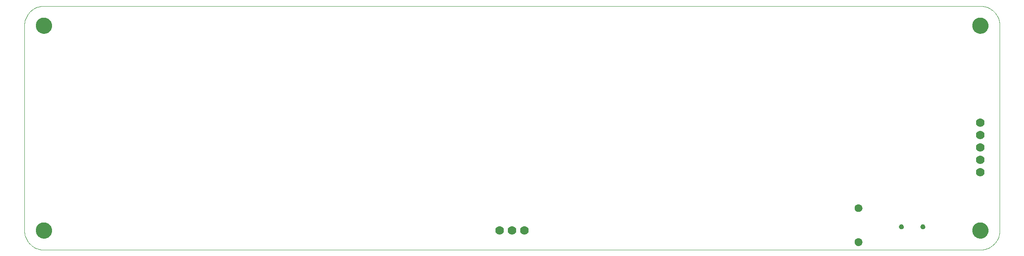
<source format=gbs>
G75*
G70*
%OFA0B0*%
%FSLAX24Y24*%
%IPPOS*%
%LPD*%
%AMOC8*
5,1,8,0,0,1.08239X$1,22.5*
%
%ADD10C,0.0000*%
%ADD11C,0.1300*%
%ADD12C,0.0394*%
%ADD13C,0.0700*%
%ADD14C,0.0631*%
D10*
X001725Y000937D02*
X077315Y000937D01*
X076685Y002512D02*
X076687Y002562D01*
X076693Y002612D01*
X076703Y002661D01*
X076717Y002709D01*
X076734Y002756D01*
X076755Y002801D01*
X076780Y002845D01*
X076808Y002886D01*
X076840Y002925D01*
X076874Y002962D01*
X076911Y002996D01*
X076951Y003026D01*
X076993Y003053D01*
X077037Y003077D01*
X077083Y003098D01*
X077130Y003114D01*
X077178Y003127D01*
X077228Y003136D01*
X077277Y003141D01*
X077328Y003142D01*
X077378Y003139D01*
X077427Y003132D01*
X077476Y003121D01*
X077524Y003106D01*
X077570Y003088D01*
X077615Y003066D01*
X077658Y003040D01*
X077699Y003011D01*
X077738Y002979D01*
X077774Y002944D01*
X077806Y002906D01*
X077836Y002866D01*
X077863Y002823D01*
X077886Y002779D01*
X077905Y002733D01*
X077921Y002685D01*
X077933Y002636D01*
X077941Y002587D01*
X077945Y002537D01*
X077945Y002487D01*
X077941Y002437D01*
X077933Y002388D01*
X077921Y002339D01*
X077905Y002291D01*
X077886Y002245D01*
X077863Y002201D01*
X077836Y002158D01*
X077806Y002118D01*
X077774Y002080D01*
X077738Y002045D01*
X077699Y002013D01*
X077658Y001984D01*
X077615Y001958D01*
X077570Y001936D01*
X077524Y001918D01*
X077476Y001903D01*
X077427Y001892D01*
X077378Y001885D01*
X077328Y001882D01*
X077277Y001883D01*
X077228Y001888D01*
X077178Y001897D01*
X077130Y001910D01*
X077083Y001926D01*
X077037Y001947D01*
X076993Y001971D01*
X076951Y001998D01*
X076911Y002028D01*
X076874Y002062D01*
X076840Y002099D01*
X076808Y002138D01*
X076780Y002179D01*
X076755Y002223D01*
X076734Y002268D01*
X076717Y002315D01*
X076703Y002363D01*
X076693Y002412D01*
X076687Y002462D01*
X076685Y002512D01*
X077315Y000937D02*
X077392Y000939D01*
X077469Y000945D01*
X077546Y000954D01*
X077622Y000967D01*
X077698Y000984D01*
X077772Y001005D01*
X077846Y001029D01*
X077918Y001057D01*
X077988Y001088D01*
X078057Y001123D01*
X078125Y001161D01*
X078190Y001202D01*
X078253Y001247D01*
X078314Y001295D01*
X078373Y001345D01*
X078429Y001398D01*
X078482Y001454D01*
X078532Y001513D01*
X078580Y001574D01*
X078625Y001637D01*
X078666Y001702D01*
X078704Y001770D01*
X078739Y001839D01*
X078770Y001909D01*
X078798Y001981D01*
X078822Y002055D01*
X078843Y002129D01*
X078860Y002205D01*
X078873Y002281D01*
X078882Y002358D01*
X078888Y002435D01*
X078890Y002512D01*
X078890Y019048D01*
X076685Y019048D02*
X076687Y019098D01*
X076693Y019148D01*
X076703Y019197D01*
X076717Y019245D01*
X076734Y019292D01*
X076755Y019337D01*
X076780Y019381D01*
X076808Y019422D01*
X076840Y019461D01*
X076874Y019498D01*
X076911Y019532D01*
X076951Y019562D01*
X076993Y019589D01*
X077037Y019613D01*
X077083Y019634D01*
X077130Y019650D01*
X077178Y019663D01*
X077228Y019672D01*
X077277Y019677D01*
X077328Y019678D01*
X077378Y019675D01*
X077427Y019668D01*
X077476Y019657D01*
X077524Y019642D01*
X077570Y019624D01*
X077615Y019602D01*
X077658Y019576D01*
X077699Y019547D01*
X077738Y019515D01*
X077774Y019480D01*
X077806Y019442D01*
X077836Y019402D01*
X077863Y019359D01*
X077886Y019315D01*
X077905Y019269D01*
X077921Y019221D01*
X077933Y019172D01*
X077941Y019123D01*
X077945Y019073D01*
X077945Y019023D01*
X077941Y018973D01*
X077933Y018924D01*
X077921Y018875D01*
X077905Y018827D01*
X077886Y018781D01*
X077863Y018737D01*
X077836Y018694D01*
X077806Y018654D01*
X077774Y018616D01*
X077738Y018581D01*
X077699Y018549D01*
X077658Y018520D01*
X077615Y018494D01*
X077570Y018472D01*
X077524Y018454D01*
X077476Y018439D01*
X077427Y018428D01*
X077378Y018421D01*
X077328Y018418D01*
X077277Y018419D01*
X077228Y018424D01*
X077178Y018433D01*
X077130Y018446D01*
X077083Y018462D01*
X077037Y018483D01*
X076993Y018507D01*
X076951Y018534D01*
X076911Y018564D01*
X076874Y018598D01*
X076840Y018635D01*
X076808Y018674D01*
X076780Y018715D01*
X076755Y018759D01*
X076734Y018804D01*
X076717Y018851D01*
X076703Y018899D01*
X076693Y018948D01*
X076687Y018998D01*
X076685Y019048D01*
X077315Y020623D02*
X077392Y020621D01*
X077469Y020615D01*
X077546Y020606D01*
X077622Y020593D01*
X077698Y020576D01*
X077772Y020555D01*
X077846Y020531D01*
X077918Y020503D01*
X077988Y020472D01*
X078057Y020437D01*
X078125Y020399D01*
X078190Y020358D01*
X078253Y020313D01*
X078314Y020265D01*
X078373Y020215D01*
X078429Y020162D01*
X078482Y020106D01*
X078532Y020047D01*
X078580Y019986D01*
X078625Y019923D01*
X078666Y019858D01*
X078704Y019790D01*
X078739Y019721D01*
X078770Y019651D01*
X078798Y019579D01*
X078822Y019505D01*
X078843Y019431D01*
X078860Y019355D01*
X078873Y019279D01*
X078882Y019202D01*
X078888Y019125D01*
X078890Y019048D01*
X077315Y020622D02*
X001725Y020622D01*
X001095Y019048D02*
X001097Y019098D01*
X001103Y019148D01*
X001113Y019197D01*
X001127Y019245D01*
X001144Y019292D01*
X001165Y019337D01*
X001190Y019381D01*
X001218Y019422D01*
X001250Y019461D01*
X001284Y019498D01*
X001321Y019532D01*
X001361Y019562D01*
X001403Y019589D01*
X001447Y019613D01*
X001493Y019634D01*
X001540Y019650D01*
X001588Y019663D01*
X001638Y019672D01*
X001687Y019677D01*
X001738Y019678D01*
X001788Y019675D01*
X001837Y019668D01*
X001886Y019657D01*
X001934Y019642D01*
X001980Y019624D01*
X002025Y019602D01*
X002068Y019576D01*
X002109Y019547D01*
X002148Y019515D01*
X002184Y019480D01*
X002216Y019442D01*
X002246Y019402D01*
X002273Y019359D01*
X002296Y019315D01*
X002315Y019269D01*
X002331Y019221D01*
X002343Y019172D01*
X002351Y019123D01*
X002355Y019073D01*
X002355Y019023D01*
X002351Y018973D01*
X002343Y018924D01*
X002331Y018875D01*
X002315Y018827D01*
X002296Y018781D01*
X002273Y018737D01*
X002246Y018694D01*
X002216Y018654D01*
X002184Y018616D01*
X002148Y018581D01*
X002109Y018549D01*
X002068Y018520D01*
X002025Y018494D01*
X001980Y018472D01*
X001934Y018454D01*
X001886Y018439D01*
X001837Y018428D01*
X001788Y018421D01*
X001738Y018418D01*
X001687Y018419D01*
X001638Y018424D01*
X001588Y018433D01*
X001540Y018446D01*
X001493Y018462D01*
X001447Y018483D01*
X001403Y018507D01*
X001361Y018534D01*
X001321Y018564D01*
X001284Y018598D01*
X001250Y018635D01*
X001218Y018674D01*
X001190Y018715D01*
X001165Y018759D01*
X001144Y018804D01*
X001127Y018851D01*
X001113Y018899D01*
X001103Y018948D01*
X001097Y018998D01*
X001095Y019048D01*
X000150Y019048D02*
X000152Y019125D01*
X000158Y019202D01*
X000167Y019279D01*
X000180Y019355D01*
X000197Y019431D01*
X000218Y019505D01*
X000242Y019579D01*
X000270Y019651D01*
X000301Y019721D01*
X000336Y019790D01*
X000374Y019858D01*
X000415Y019923D01*
X000460Y019986D01*
X000508Y020047D01*
X000558Y020106D01*
X000611Y020162D01*
X000667Y020215D01*
X000726Y020265D01*
X000787Y020313D01*
X000850Y020358D01*
X000915Y020399D01*
X000983Y020437D01*
X001052Y020472D01*
X001122Y020503D01*
X001194Y020531D01*
X001268Y020555D01*
X001342Y020576D01*
X001418Y020593D01*
X001494Y020606D01*
X001571Y020615D01*
X001648Y020621D01*
X001725Y020623D01*
X000150Y019048D02*
X000150Y002512D01*
X001095Y002512D02*
X001097Y002562D01*
X001103Y002612D01*
X001113Y002661D01*
X001127Y002709D01*
X001144Y002756D01*
X001165Y002801D01*
X001190Y002845D01*
X001218Y002886D01*
X001250Y002925D01*
X001284Y002962D01*
X001321Y002996D01*
X001361Y003026D01*
X001403Y003053D01*
X001447Y003077D01*
X001493Y003098D01*
X001540Y003114D01*
X001588Y003127D01*
X001638Y003136D01*
X001687Y003141D01*
X001738Y003142D01*
X001788Y003139D01*
X001837Y003132D01*
X001886Y003121D01*
X001934Y003106D01*
X001980Y003088D01*
X002025Y003066D01*
X002068Y003040D01*
X002109Y003011D01*
X002148Y002979D01*
X002184Y002944D01*
X002216Y002906D01*
X002246Y002866D01*
X002273Y002823D01*
X002296Y002779D01*
X002315Y002733D01*
X002331Y002685D01*
X002343Y002636D01*
X002351Y002587D01*
X002355Y002537D01*
X002355Y002487D01*
X002351Y002437D01*
X002343Y002388D01*
X002331Y002339D01*
X002315Y002291D01*
X002296Y002245D01*
X002273Y002201D01*
X002246Y002158D01*
X002216Y002118D01*
X002184Y002080D01*
X002148Y002045D01*
X002109Y002013D01*
X002068Y001984D01*
X002025Y001958D01*
X001980Y001936D01*
X001934Y001918D01*
X001886Y001903D01*
X001837Y001892D01*
X001788Y001885D01*
X001738Y001882D01*
X001687Y001883D01*
X001638Y001888D01*
X001588Y001897D01*
X001540Y001910D01*
X001493Y001926D01*
X001447Y001947D01*
X001403Y001971D01*
X001361Y001998D01*
X001321Y002028D01*
X001284Y002062D01*
X001250Y002099D01*
X001218Y002138D01*
X001190Y002179D01*
X001165Y002223D01*
X001144Y002268D01*
X001127Y002315D01*
X001113Y002363D01*
X001103Y002412D01*
X001097Y002462D01*
X001095Y002512D01*
X000150Y002512D02*
X000152Y002435D01*
X000158Y002358D01*
X000167Y002281D01*
X000180Y002205D01*
X000197Y002129D01*
X000218Y002055D01*
X000242Y001981D01*
X000270Y001909D01*
X000301Y001839D01*
X000336Y001770D01*
X000374Y001702D01*
X000415Y001637D01*
X000460Y001574D01*
X000508Y001513D01*
X000558Y001454D01*
X000611Y001398D01*
X000667Y001345D01*
X000726Y001295D01*
X000787Y001247D01*
X000850Y001202D01*
X000915Y001161D01*
X000983Y001123D01*
X001052Y001088D01*
X001122Y001057D01*
X001194Y001029D01*
X001268Y001005D01*
X001342Y000984D01*
X001418Y000967D01*
X001494Y000954D01*
X001571Y000945D01*
X001648Y000939D01*
X001725Y000937D01*
X067178Y001567D02*
X067180Y001601D01*
X067186Y001635D01*
X067196Y001668D01*
X067209Y001699D01*
X067227Y001729D01*
X067247Y001757D01*
X067271Y001782D01*
X067297Y001804D01*
X067325Y001822D01*
X067356Y001838D01*
X067388Y001850D01*
X067422Y001858D01*
X067456Y001862D01*
X067490Y001862D01*
X067524Y001858D01*
X067558Y001850D01*
X067590Y001838D01*
X067620Y001822D01*
X067649Y001804D01*
X067675Y001782D01*
X067699Y001757D01*
X067719Y001729D01*
X067737Y001699D01*
X067750Y001668D01*
X067760Y001635D01*
X067766Y001601D01*
X067768Y001567D01*
X067766Y001533D01*
X067760Y001499D01*
X067750Y001466D01*
X067737Y001435D01*
X067719Y001405D01*
X067699Y001377D01*
X067675Y001352D01*
X067649Y001330D01*
X067621Y001312D01*
X067590Y001296D01*
X067558Y001284D01*
X067524Y001276D01*
X067490Y001272D01*
X067456Y001272D01*
X067422Y001276D01*
X067388Y001284D01*
X067356Y001296D01*
X067325Y001312D01*
X067297Y001330D01*
X067271Y001352D01*
X067247Y001377D01*
X067227Y001405D01*
X067209Y001435D01*
X067196Y001466D01*
X067186Y001499D01*
X067180Y001533D01*
X067178Y001567D01*
X070760Y002807D02*
X070762Y002833D01*
X070768Y002859D01*
X070778Y002884D01*
X070791Y002907D01*
X070807Y002927D01*
X070827Y002945D01*
X070849Y002960D01*
X070872Y002972D01*
X070898Y002980D01*
X070924Y002984D01*
X070950Y002984D01*
X070976Y002980D01*
X071002Y002972D01*
X071026Y002960D01*
X071047Y002945D01*
X071067Y002927D01*
X071083Y002907D01*
X071096Y002884D01*
X071106Y002859D01*
X071112Y002833D01*
X071114Y002807D01*
X071112Y002781D01*
X071106Y002755D01*
X071096Y002730D01*
X071083Y002707D01*
X071067Y002687D01*
X071047Y002669D01*
X071025Y002654D01*
X071002Y002642D01*
X070976Y002634D01*
X070950Y002630D01*
X070924Y002630D01*
X070898Y002634D01*
X070872Y002642D01*
X070848Y002654D01*
X070827Y002669D01*
X070807Y002687D01*
X070791Y002707D01*
X070778Y002730D01*
X070768Y002755D01*
X070762Y002781D01*
X070760Y002807D01*
X072493Y002807D02*
X072495Y002833D01*
X072501Y002859D01*
X072511Y002884D01*
X072524Y002907D01*
X072540Y002927D01*
X072560Y002945D01*
X072582Y002960D01*
X072605Y002972D01*
X072631Y002980D01*
X072657Y002984D01*
X072683Y002984D01*
X072709Y002980D01*
X072735Y002972D01*
X072759Y002960D01*
X072780Y002945D01*
X072800Y002927D01*
X072816Y002907D01*
X072829Y002884D01*
X072839Y002859D01*
X072845Y002833D01*
X072847Y002807D01*
X072845Y002781D01*
X072839Y002755D01*
X072829Y002730D01*
X072816Y002707D01*
X072800Y002687D01*
X072780Y002669D01*
X072758Y002654D01*
X072735Y002642D01*
X072709Y002634D01*
X072683Y002630D01*
X072657Y002630D01*
X072631Y002634D01*
X072605Y002642D01*
X072581Y002654D01*
X072560Y002669D01*
X072540Y002687D01*
X072524Y002707D01*
X072511Y002730D01*
X072501Y002755D01*
X072495Y002781D01*
X072493Y002807D01*
X067178Y004323D02*
X067180Y004357D01*
X067186Y004391D01*
X067196Y004424D01*
X067209Y004455D01*
X067227Y004485D01*
X067247Y004513D01*
X067271Y004538D01*
X067297Y004560D01*
X067325Y004578D01*
X067356Y004594D01*
X067388Y004606D01*
X067422Y004614D01*
X067456Y004618D01*
X067490Y004618D01*
X067524Y004614D01*
X067558Y004606D01*
X067590Y004594D01*
X067620Y004578D01*
X067649Y004560D01*
X067675Y004538D01*
X067699Y004513D01*
X067719Y004485D01*
X067737Y004455D01*
X067750Y004424D01*
X067760Y004391D01*
X067766Y004357D01*
X067768Y004323D01*
X067766Y004289D01*
X067760Y004255D01*
X067750Y004222D01*
X067737Y004191D01*
X067719Y004161D01*
X067699Y004133D01*
X067675Y004108D01*
X067649Y004086D01*
X067621Y004068D01*
X067590Y004052D01*
X067558Y004040D01*
X067524Y004032D01*
X067490Y004028D01*
X067456Y004028D01*
X067422Y004032D01*
X067388Y004040D01*
X067356Y004052D01*
X067325Y004068D01*
X067297Y004086D01*
X067271Y004108D01*
X067247Y004133D01*
X067227Y004161D01*
X067209Y004191D01*
X067196Y004222D01*
X067186Y004255D01*
X067180Y004289D01*
X067178Y004323D01*
D11*
X077315Y002512D03*
X077315Y019048D03*
X001725Y019048D03*
X001725Y002512D03*
D12*
X070937Y002807D03*
X072670Y002807D03*
D13*
X077315Y007205D03*
X077315Y008205D03*
X077315Y009205D03*
X077315Y010205D03*
X077315Y011205D03*
X040520Y002512D03*
X039520Y002512D03*
X038520Y002512D03*
D14*
X067473Y001567D03*
X067473Y004323D03*
M02*

</source>
